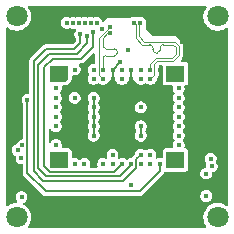
<source format=gbr>
%TF.GenerationSoftware,KiCad,Pcbnew,9.0.2*%
%TF.CreationDate,2025-10-20T10:27:04+08:00*%
%TF.ProjectId,IMX415,494d5834-3135-42e6-9b69-6361645f7063,rev?*%
%TF.SameCoordinates,Original*%
%TF.FileFunction,Copper,L1,Top*%
%TF.FilePolarity,Positive*%
%FSLAX46Y46*%
G04 Gerber Fmt 4.6, Leading zero omitted, Abs format (unit mm)*
G04 Created by KiCad (PCBNEW 9.0.2) date 2025-10-20 10:27:04*
%MOMM*%
%LPD*%
G01*
G04 APERTURE LIST*
G04 Aperture macros list*
%AMOutline5P*
0 Free polygon, 5 corners , with rotation*
0 The origin of the aperture is its center*
0 number of corners: always 5*
0 $1 to $10 corner X, Y*
0 $11 Rotation angle, in degrees counterclockwise*
0 create outline with 5 corners*
4,1,5,$1,$2,$3,$4,$5,$6,$7,$8,$9,$10,$1,$2,$11*%
%AMOutline6P*
0 Free polygon, 6 corners , with rotation*
0 The origin of the aperture is its center*
0 number of corners: always 6*
0 $1 to $12 corner X, Y*
0 $13 Rotation angle, in degrees counterclockwise*
0 create outline with 6 corners*
4,1,6,$1,$2,$3,$4,$5,$6,$7,$8,$9,$10,$11,$12,$1,$2,$13*%
%AMOutline7P*
0 Free polygon, 7 corners , with rotation*
0 The origin of the aperture is its center*
0 number of corners: always 7*
0 $1 to $14 corner X, Y*
0 $15 Rotation angle, in degrees counterclockwise*
0 create outline with 7 corners*
4,1,7,$1,$2,$3,$4,$5,$6,$7,$8,$9,$10,$11,$12,$13,$14,$1,$2,$15*%
%AMOutline8P*
0 Free polygon, 8 corners , with rotation*
0 The origin of the aperture is its center*
0 number of corners: always 8*
0 $1 to $16 corner X, Y*
0 $17 Rotation angle, in degrees counterclockwise*
0 create outline with 8 corners*
4,1,8,$1,$2,$3,$4,$5,$6,$7,$8,$9,$10,$11,$12,$13,$14,$15,$16,$1,$2,$17*%
G04 Aperture macros list end*
%TA.AperFunction,SMDPad,CuDef*%
%ADD10Outline5P,-0.775000X0.420000X-0.495000X0.700000X0.775000X0.700000X0.775000X-0.700000X-0.775000X-0.700000X180.000000*%
%TD*%
%TA.AperFunction,SMDPad,CuDef*%
%ADD11C,0.400000*%
%TD*%
%TA.AperFunction,SMDPad,CuDef*%
%ADD12R,1.550000X1.400000*%
%TD*%
%TA.AperFunction,ComponentPad*%
%ADD13C,1.800000*%
%TD*%
%TA.AperFunction,ViaPad*%
%ADD14C,0.400000*%
%TD*%
%TA.AperFunction,Conductor*%
%ADD15C,0.156500*%
%TD*%
%TA.AperFunction,Conductor*%
%ADD16C,0.200000*%
%TD*%
%TA.AperFunction,Conductor*%
%ADD17C,0.108000*%
%TD*%
G04 APERTURE END LIST*
D10*
%TO.P,U1,A1,NC*%
%TO.N,unconnected-(U1B-NC-PadA1)*%
X158328700Y-106800271D03*
D11*
%TO.P,U1,A2,NC*%
%TO.N,unconnected-(U1B-NC-PadA2)*%
X158053700Y-107250271D03*
%TO.P,U1,A3,VDDLSC*%
%TO.N,DVDD*%
X158053700Y-108050271D03*
%TO.P,U1,A4,VDDMIO*%
%TO.N,OVDD*%
X158053700Y-108850271D03*
%TO.P,U1,A5,VDDMIO*%
X158053700Y-109650271D03*
%TO.P,U1,A6,VDDLSC*%
%TO.N,DVDD*%
X158053700Y-110450271D03*
%TO.P,U1,A7,VDDLCN*%
X158053700Y-111250271D03*
%TO.P,U1,A8,NC(GND)*%
%TO.N,GND*%
X158053700Y-112050271D03*
%TO.P,U1,A9,VRHT*%
%TO.N,Net-(U1A-VRHT)*%
X158053700Y-112850271D03*
D12*
%TO.P,U1,A10,NC*%
%TO.N,unconnected-(U1B-NC-PadA10)*%
X158328700Y-114100271D03*
D11*
%TO.P,U1,A11,NC*%
%TO.N,unconnected-(U1B-NC-PadA11)*%
X158053700Y-114450271D03*
%TO.P,U1,B1,NC*%
%TO.N,unconnected-(U1B-NC-PadB1)*%
X158853700Y-106450271D03*
%TO.P,U1,B2,NC*%
%TO.N,unconnected-(U1B-NC-PadB2)*%
X158753700Y-107150271D03*
%TO.P,U1,B3,VSSLSC*%
%TO.N,GND*%
X158853700Y-108050271D03*
%TO.P,U1,B4,VSSLSC*%
X158853700Y-108850271D03*
%TO.P,U1,B5,VSSLSC*%
X158853700Y-109650271D03*
%TO.P,U1,B6,VSSLSC*%
X158853700Y-110450271D03*
%TO.P,U1,B7,VSSLSC*%
X158853700Y-111250271D03*
%TO.P,U1,B8,NC(GND)*%
X158853700Y-112050271D03*
%TO.P,U1,B9,VSSHPX*%
X158853700Y-112850271D03*
%TO.P,U1,B10,NC*%
%TO.N,unconnected-(U1B-NC-PadB10)*%
X158853700Y-113650271D03*
%TO.P,U1,B11,NC*%
%TO.N,unconnected-(U1B-NC-PadB11)*%
X158853700Y-114450271D03*
%TO.P,U1,C1,VDDLIF*%
%TO.N,DVDD*%
X159653700Y-106450270D03*
%TO.P,U1,C2,VSSLSC*%
%TO.N,GND*%
X159653700Y-107250271D03*
%TO.P,U1,C3,NC(GND)*%
X159653700Y-108050271D03*
%TO.P,U1,C4,TVMON*%
%TO.N,/TVMON*%
X159653700Y-108850271D03*
%TO.P,U1,C5,NC(GND)*%
%TO.N,GND*%
X159653700Y-109650271D03*
%TO.P,U1,C6,NC(GND)*%
X159653701Y-110450271D03*
%TO.P,U1,C7,NC(GND)*%
X159653700Y-111250271D03*
%TO.P,U1,C8,NC(GND)*%
X159653700Y-112050271D03*
%TO.P,U1,C9,NC(GND)*%
X159653700Y-112850271D03*
%TO.P,U1,C10,VSSHPX*%
X159653700Y-113650271D03*
%TO.P,U1,C11,VRLRS*%
%TO.N,Net-(U1A-VRLRS)*%
X159653700Y-114450272D03*
%TO.P,U1,D1,VSSLSC*%
%TO.N,GND*%
X160453700Y-106450271D03*
%TO.P,U1,D2,VSSLSC*%
X160453700Y-107250271D03*
%TO.P,U1,D3,NC(GND)*%
X160453700Y-108050271D03*
%TO.P,U1,D4,VSSHAN*%
X160453700Y-108850271D03*
%TO.P,U1,D5,VSSHPX*%
X160453700Y-109650272D03*
%TO.P,U1,D6,VSSHPX*%
X160453700Y-110450271D03*
%TO.P,U1,D7,VSSHPX*%
X160453700Y-111250270D03*
%TO.P,U1,D8,VSSHPX*%
X160453700Y-112050271D03*
%TO.P,U1,D9,NC(GND)*%
X160453700Y-112850271D03*
%TO.P,U1,D10,VSSHPX*%
X160453700Y-113650271D03*
%TO.P,U1,D11,VRLT*%
%TO.N,Net-(U1A-VRLT)*%
X160453700Y-114450271D03*
%TO.P,U1,E1,DMO3N*%
%TO.N,/DMO3N*%
X161253700Y-106450270D03*
%TO.P,U1,E2,DMO3P*%
%TO.N,/DMO3P*%
X161253700Y-107250271D03*
%TO.P,U1,E3,NC(GND)*%
%TO.N,GND*%
X161253700Y-108050271D03*
%TO.P,U1,E4,VDDHAN*%
%TO.N,AVDD*%
X161253700Y-108850271D03*
%TO.P,U1,E5,VDDHAN*%
X161253700Y-109650271D03*
%TO.P,U1,E6,VDDHPX*%
X161253699Y-110450271D03*
%TO.P,U1,E7,VDDHPX*%
X161253700Y-111250271D03*
%TO.P,U1,E8,VDDHPX*%
X161253700Y-112050271D03*
%TO.P,U1,E9,NC(GND)*%
%TO.N,GND*%
X161253700Y-112850271D03*
%TO.P,U1,E10,NC(GND)*%
X161253700Y-113650271D03*
%TO.P,U1,E11,NC(GND)*%
X161253700Y-114450272D03*
%TO.P,U1,F1,DMO1N*%
%TO.N,/DMO1N*%
X162053700Y-106450271D03*
%TO.P,U1,F2,DMO1P*%
%TO.N,/DMO1P*%
X162053700Y-107250271D03*
%TO.P,U1,F10,VSSLSC*%
%TO.N,GND*%
X162053700Y-113650271D03*
%TO.P,U1,F11,VDDLSC*%
%TO.N,DVDD*%
X162053700Y-114450271D03*
%TO.P,U1,G1,VSSLSC*%
%TO.N,GND*%
X162853700Y-106450271D03*
%TO.P,U1,G2,VSSLSC*%
X162853700Y-107250271D03*
%TO.P,U1,G10,TENABLE*%
%TO.N,/TENABLE*%
X162853700Y-113650271D03*
%TO.P,U1,G11,VDDMIO*%
%TO.N,OVDD*%
X162853700Y-114450271D03*
%TO.P,U1,H1,DCKN*%
%TO.N,/DCKN*%
X163653700Y-106450271D03*
%TO.P,U1,H2,DCKP*%
%TO.N,/DCKP*%
X163653700Y-107250271D03*
%TO.P,U1,H10,SLAMODE0*%
%TO.N,GND*%
X163653700Y-113650271D03*
%TO.P,U1,H11,XCLR*%
%TO.N,/XCLR*%
X163653700Y-114450271D03*
%TO.P,U1,J1,VSSLSC*%
%TO.N,GND*%
X164453700Y-106450271D03*
%TO.P,U1,J2,VSSLSC*%
X164453700Y-107250271D03*
%TO.P,U1,J10,SLAMODE1*%
X164453700Y-113650271D03*
%TO.P,U1,J11,SDA*%
%TO.N,/SDA*%
X164453700Y-114450271D03*
%TO.P,U1,K1,DM02N*%
%TO.N,/DMO2P*%
X165253700Y-106450270D03*
%TO.P,U1,K2,DM02P*%
%TO.N,/DMO2N*%
X165253700Y-107250271D03*
%TO.P,U1,K3,NC(GND)*%
%TO.N,GND*%
X165253700Y-108050271D03*
%TO.P,U1,K4,NC(GND)*%
X165253700Y-108850271D03*
%TO.P,U1,K5,VDDHAN*%
%TO.N,AVDD*%
X165253700Y-109650271D03*
%TO.P,U1,K6,NC(GND)*%
%TO.N,GND*%
X165253701Y-110450271D03*
%TO.P,U1,K7,VDDHPX*%
%TO.N,AVDD*%
X165253700Y-111250271D03*
%TO.P,U1,K8,VDDHPX*%
X165253700Y-112050271D03*
%TO.P,U1,K9,NC(GND)*%
%TO.N,GND*%
X165253700Y-112850271D03*
%TO.P,U1,K10,SCL*%
%TO.N,/SCL*%
X165253700Y-113650271D03*
%TO.P,U1,K11,VXS*%
%TO.N,/VXS*%
X165253700Y-114450272D03*
%TO.P,U1,L1,DMO4N*%
%TO.N,/DMO4N*%
X166053700Y-106450271D03*
%TO.P,U1,L2,DMO4P*%
%TO.N,/DMO4P*%
X166053700Y-107250271D03*
%TO.P,U1,L3,NC(GND)*%
%TO.N,GND*%
X166053700Y-108050271D03*
%TO.P,U1,L4,NC(GND)*%
X166053700Y-108850271D03*
%TO.P,U1,L5,VSSHPX*%
X166053700Y-109650272D03*
%TO.P,U1,L6,NC(GND)*%
X166053700Y-110450271D03*
%TO.P,U1,L7,VSSHPX*%
X166053700Y-111250270D03*
%TO.P,U1,L8,VSSHPX*%
X166053700Y-112050271D03*
%TO.P,U1,L9,NC(GND)*%
X166053700Y-112850271D03*
%TO.P,U1,L10,TOUT*%
%TO.N,/TOUT*%
X166053700Y-113650271D03*
%TO.P,U1,L11,XHS*%
%TO.N,/XHS*%
X166053700Y-114450271D03*
%TO.P,U1,M1,VSSLSC*%
%TO.N,GND*%
X166853700Y-106450270D03*
%TO.P,U1,M2,VSSLSC*%
X166853700Y-107250271D03*
%TO.P,U1,M3,NC(GND)*%
X166853700Y-108050271D03*
%TO.P,U1,M4,NC(GND)*%
X166853700Y-108850271D03*
%TO.P,U1,M5,NC(GND)*%
X166853700Y-109650271D03*
%TO.P,U1,M6,NC(GND)*%
X166853699Y-110450271D03*
%TO.P,U1,M7,NC(GND)*%
X166853700Y-111250271D03*
%TO.P,U1,M8,NC(GND)*%
X166853700Y-112050271D03*
%TO.P,U1,M9,NC(GND)*%
X166853700Y-112850271D03*
%TO.P,U1,M10,VSSLSC*%
X166853700Y-113650271D03*
%TO.P,U1,M11,INCK*%
%TO.N,/INCK*%
X166853700Y-114450272D03*
%TO.P,U1,N1,NC*%
%TO.N,unconnected-(U1B-NC-PadN1)*%
X167653700Y-106450271D03*
%TO.P,U1,N2,NC*%
%TO.N,unconnected-(U1B-NC-PadN2)*%
X167653700Y-107250271D03*
%TO.P,U1,N3,VSSLSC*%
%TO.N,GND*%
X167653700Y-108050271D03*
%TO.P,U1,N4,VSSLPL2*%
X167653700Y-108850271D03*
%TO.P,U1,N5,VSSLPL1*%
X167653700Y-109650271D03*
%TO.P,U1,N6,VSSLSC*%
X167653700Y-110450271D03*
%TO.P,U1,N7,VSSLSC*%
X167653700Y-111250271D03*
%TO.P,U1,N8,VSSLSC*%
X167653700Y-112050271D03*
%TO.P,U1,N9,VSSLCN*%
X167653700Y-112850271D03*
%TO.P,U1,N10,NC*%
%TO.N,unconnected-(U1B-NC-PadN10)*%
X167653700Y-113650271D03*
%TO.P,U1,N11,NC*%
%TO.N,unconnected-(U1B-NC-PadN11)*%
X167653700Y-114450271D03*
D12*
%TO.P,U1,P1,NC*%
%TO.N,unconnected-(U1B-NC-PadP1)*%
X168178700Y-106800271D03*
D11*
%TO.P,U1,P2,NC*%
%TO.N,unconnected-(U1B-NC-PadP2)*%
X168453700Y-107250271D03*
%TO.P,U1,P3,VDDLIF*%
%TO.N,DVDD*%
X168453700Y-108050271D03*
%TO.P,U1,P4,VDDLPL2*%
X168453700Y-108850271D03*
%TO.P,U1,P5,VDDLPL1*%
X168453700Y-109650271D03*
%TO.P,U1,P6,VDDLSC*%
X168453700Y-110450271D03*
%TO.P,U1,P7,VDDMIO*%
%TO.N,OVDD*%
X168453700Y-111250271D03*
%TO.P,U1,P8,VDDLSC*%
%TO.N,DVDD*%
X168453700Y-112050271D03*
%TO.P,U1,P9,VDDLCN*%
X168453700Y-112850271D03*
D12*
%TO.P,U1,P10,NC*%
%TO.N,unconnected-(U1B-NC-PadP10)*%
X168178700Y-114100271D03*
D11*
%TO.P,U1,P11,NC*%
%TO.N,unconnected-(U1B-NC-PadP11)*%
X168453700Y-114450271D03*
%TD*%
D13*
%TO.P,J1,*%
%TO.N,*%
X154753700Y-101950271D03*
X154753700Y-118950271D03*
X171753700Y-101950271D03*
X171753700Y-118950271D03*
%TD*%
D14*
%TO.N,GND*%
X158928700Y-104125000D03*
X165960000Y-102460000D03*
%TO.N,VCC*%
X155230000Y-112880000D03*
X154810000Y-113270000D03*
X171250000Y-114640000D03*
X171160000Y-113990000D03*
X170780000Y-117160000D03*
X170780000Y-115260000D03*
X155140001Y-113969999D03*
X161500000Y-102500000D03*
X161000000Y-102500000D03*
X160500000Y-102500000D03*
X160000000Y-102500000D03*
X159500000Y-102500000D03*
X159000000Y-102500000D03*
%TO.N,/SCL*%
X160130000Y-103475000D03*
%TO.N,/XCLR*%
X161191200Y-103278800D03*
%TO.N,GND*%
X159653701Y-110450271D03*
X166853700Y-112050271D03*
%TO.N,/INCK*%
X155655000Y-109025000D03*
%TO.N,/SDA*%
X160725000Y-103620000D03*
%TO.N,AVDD*%
X161253700Y-109650271D03*
X161253701Y-108850272D03*
X165253700Y-112050271D03*
X165253700Y-111250271D03*
X165253700Y-109650271D03*
X161253700Y-110450271D03*
%TO.N,GND*%
X166853700Y-111250271D03*
X164130000Y-104770000D03*
X168478700Y-101815000D03*
X160453701Y-109650272D03*
X163470000Y-105850000D03*
X160453700Y-111250270D03*
X159653700Y-108050271D03*
X161253700Y-113650271D03*
X163128700Y-101815000D03*
X166853700Y-108850271D03*
X166853700Y-113650271D03*
X157778700Y-101815000D03*
X160453700Y-107250271D03*
X161930000Y-103030000D03*
X158853700Y-108850271D03*
X165253701Y-110450271D03*
X166053700Y-108850271D03*
X158053700Y-112050271D03*
X160453700Y-113650271D03*
X159653700Y-111250271D03*
X162053700Y-113650271D03*
X168728700Y-104114999D03*
X166053700Y-108050271D03*
X157528700Y-104114999D03*
X158853700Y-108050271D03*
%TO.N,OVDD*%
X162853700Y-114450271D03*
X158053700Y-108850271D03*
X158053701Y-109650271D03*
X168453700Y-111250271D03*
X155150000Y-117250000D03*
X164430000Y-116209999D03*
%TO.N,DVDD*%
X168453700Y-109650271D03*
X158053700Y-111250271D03*
X158053700Y-108050271D03*
X168453700Y-108050271D03*
X168453700Y-112050271D03*
X168453700Y-108850271D03*
X158053700Y-110450271D03*
X168453700Y-112850271D03*
X168453700Y-110450271D03*
X159653700Y-106450272D03*
X162053700Y-114450271D03*
%TO.N,Net-(U1A-VRLRS)*%
X159653700Y-114450272D03*
%TO.N,Net-(U1A-VRHT)*%
X158053700Y-112850271D03*
%TO.N,Net-(U1A-VRLT)*%
X160453700Y-114450271D03*
%TO.N,/SDA*%
X164453700Y-114450271D03*
%TO.N,/SCL*%
X165253700Y-113650271D03*
%TO.N,/DMO2N*%
X165253700Y-107250271D03*
%TO.N,/DMO3P*%
X161253700Y-107250271D03*
%TO.N,/DCKP*%
X163653700Y-107250272D03*
%TO.N,/DCKN*%
X163653701Y-106450272D03*
%TO.N,/DMO3N*%
X161253700Y-106450270D03*
%TO.N,GND*%
X163653700Y-113650271D03*
%TO.N,/DMO1N*%
X162610000Y-103395000D03*
%TO.N,/DMO4N*%
X164653700Y-102477645D03*
%TO.N,/DMO4P*%
X165203700Y-102477645D03*
%TO.N,/DMO1P*%
X162610000Y-102845000D03*
%TO.N,/XCLR*%
X163653700Y-114450271D03*
%TO.N,/DMO2P*%
X165253700Y-106450270D03*
%TO.N,GND*%
X164453700Y-113650271D03*
%TD*%
D15*
%TO.N,GND*%
X162869729Y-106450271D02*
X163470000Y-105850000D01*
X162853700Y-106450271D02*
X162869729Y-106450271D01*
%TO.N,/XCLR*%
X162968971Y-115135000D02*
X163653700Y-114450271D01*
X157552129Y-115135000D02*
X162968971Y-115135000D01*
X157055000Y-114637871D02*
X157552129Y-115135000D01*
X157055000Y-106280000D02*
X157055000Y-114637871D01*
X160185000Y-105555000D02*
X157780000Y-105555000D01*
X161225000Y-104515000D02*
X160185000Y-105555000D01*
X157780000Y-105555000D02*
X157055000Y-106280000D01*
X161225000Y-103330000D02*
X161225000Y-104515000D01*
X161191200Y-103278800D02*
X161191200Y-103296200D01*
X161191200Y-103296200D02*
X161225000Y-103330000D01*
%TO.N,/SDA*%
X164453700Y-114506300D02*
X164453700Y-114450271D01*
X157240000Y-115490000D02*
X163470000Y-115490000D01*
X157510000Y-105120000D02*
X156580000Y-106050000D01*
X156580000Y-114830000D02*
X157240000Y-115490000D01*
X159810000Y-105120000D02*
X157510000Y-105120000D01*
X160725000Y-104205000D02*
X159810000Y-105120000D01*
X160725000Y-103620000D02*
X160725000Y-104205000D01*
X156580000Y-106050000D02*
X156580000Y-114830000D01*
X163470000Y-115490000D02*
X164453700Y-114506300D01*
%TO.N,/SCL*%
X160130000Y-104165000D02*
X160130000Y-103475000D01*
X159600000Y-104695000D02*
X160130000Y-104165000D01*
X157240000Y-104695000D02*
X159600000Y-104695000D01*
X156200000Y-105735000D02*
X157240000Y-104695000D01*
X157005000Y-115865000D02*
X156200000Y-115060000D01*
X163775000Y-115865000D02*
X157005000Y-115865000D01*
X164865000Y-114038971D02*
X164865000Y-114775000D01*
X164865000Y-114775000D02*
X163775000Y-115865000D01*
X165253700Y-113650271D02*
X164865000Y-114038971D01*
X156200000Y-115060000D02*
X156200000Y-105735000D01*
%TO.N,GND*%
X158853700Y-111250271D02*
X158853700Y-112850271D01*
X158853700Y-112850271D02*
X159653700Y-112850271D01*
X159653700Y-112850271D02*
X160453700Y-112850271D01*
X159653700Y-109650271D02*
X159653700Y-110450270D01*
X159653700Y-110450272D02*
X159653700Y-112850271D01*
X159653701Y-110450271D02*
X159653700Y-110450272D01*
X159653700Y-110450270D02*
X159653701Y-110450271D01*
X166853700Y-113650271D02*
X166853700Y-112050271D01*
X166853700Y-112050271D02*
X166853700Y-108050271D01*
X166053700Y-112050271D02*
X166053700Y-112850271D01*
X166053700Y-112050271D02*
X166053700Y-109650272D01*
%TO.N,/INCK*%
X166853700Y-115076300D02*
X166853700Y-114450272D01*
X165160000Y-116770000D02*
X166853700Y-115076300D01*
X157195000Y-116770000D02*
X165160000Y-116770000D01*
X155655000Y-115230000D02*
X157195000Y-116770000D01*
X155655000Y-109025000D02*
X155655000Y-115230000D01*
D16*
%TO.N,AVDD*%
X161253700Y-112050271D02*
X161253701Y-108850272D01*
D15*
X165253700Y-111250271D02*
X165253700Y-112050271D01*
%TO.N,GND*%
X160453701Y-109650272D02*
X160453701Y-111250269D01*
X167653700Y-108850271D02*
X165253700Y-108850271D01*
X160453700Y-108850271D02*
X160453700Y-108050271D01*
X159653700Y-108050271D02*
X158853700Y-108050271D01*
X160453700Y-108850271D02*
X160453700Y-109650272D01*
X158853700Y-108850271D02*
X158853700Y-109650271D01*
X158853700Y-109650271D02*
X158853700Y-111250271D01*
X167653700Y-112850271D02*
X165253700Y-112850271D01*
X158853700Y-109650271D02*
X160453701Y-109650272D01*
X166853700Y-106450270D02*
X166853700Y-108050271D01*
X158853700Y-111250271D02*
X159653700Y-111250271D01*
X159653700Y-111250271D02*
X159653701Y-111250270D01*
X160453700Y-113650271D02*
X159653700Y-113650271D01*
X160453701Y-112850270D02*
X160453700Y-112850271D01*
X158853700Y-108050271D02*
X158853700Y-108850271D01*
X160453700Y-108050271D02*
X159653700Y-108050271D01*
X165253701Y-110450271D02*
X166853699Y-110450271D01*
X161253700Y-114450272D02*
X161253700Y-113650271D01*
X159653700Y-112050271D02*
X160453700Y-112050271D01*
X164453700Y-106450271D02*
X164453700Y-107250271D01*
X159653701Y-111250270D02*
X160453700Y-111250270D01*
X162053700Y-113650271D02*
X160453700Y-113650271D01*
X166053700Y-108050271D02*
X165253700Y-108050271D01*
X160453701Y-111250271D02*
X160453701Y-112850270D01*
X162853700Y-106450271D02*
X162853700Y-107250271D01*
X167653700Y-108050271D02*
X167653700Y-112850271D01*
X160453700Y-111250270D02*
X160453701Y-111250271D01*
X161253700Y-113650271D02*
X161253700Y-112850271D01*
X162053700Y-108050271D02*
X161253700Y-108050271D01*
X164453700Y-107250271D02*
X165253700Y-108050271D01*
X167653700Y-108050271D02*
X166053700Y-108050271D01*
X159653700Y-107250271D02*
X160453700Y-107250271D01*
X161253700Y-108050271D02*
X160453700Y-108050271D01*
X162853700Y-107250271D02*
X162053700Y-108050271D01*
X160453700Y-106450271D02*
X160453700Y-107250271D01*
X160453701Y-111250269D02*
X160453700Y-111250270D01*
X159653700Y-107250271D02*
X159653700Y-108050271D01*
X158053700Y-112050271D02*
X159653700Y-112050271D01*
D17*
%TO.N,/DMO1N*%
X163236643Y-104914068D02*
X163236643Y-105034068D01*
X162424868Y-103395000D02*
X162053700Y-103766168D01*
X162053700Y-105514068D02*
X162053700Y-106450271D01*
X162996643Y-105274068D02*
X162293700Y-105274068D01*
X162293700Y-104674068D02*
X162996643Y-104674068D01*
X162610000Y-103395000D02*
X162424868Y-103395000D01*
X162053700Y-103766168D02*
X162053700Y-104434068D01*
X162996643Y-104674068D02*
G75*
G02*
X163236632Y-104914068I-43J-240032D01*
G01*
X163236643Y-105034068D02*
G75*
G02*
X162996643Y-105274143I-240043J-32D01*
G01*
X162053700Y-104434068D02*
G75*
G03*
X162293700Y-104674100I240000J-32D01*
G01*
X162293700Y-105274068D02*
G75*
G03*
X162053668Y-105514068I0J-240032D01*
G01*
%TO.N,/DMO4N*%
X166504812Y-105012216D02*
X166632812Y-105012216D01*
X168220259Y-105117307D02*
X167858889Y-105478677D01*
X167144812Y-104339000D02*
X168006566Y-104339000D01*
X164799700Y-103762134D02*
X165376566Y-104339000D01*
X166538889Y-105478677D02*
X166053700Y-105963866D01*
X164799700Y-102623645D02*
X164799700Y-103762134D01*
X166888812Y-104756216D02*
X166888812Y-104595000D01*
X168220259Y-104552693D02*
X168220259Y-105117307D01*
X164653700Y-102477645D02*
X164799700Y-102623645D01*
X167858889Y-105478677D02*
X166538889Y-105478677D01*
X166053700Y-105963866D02*
X166053700Y-106450271D01*
X168006566Y-104339000D02*
X168220259Y-104552693D01*
X166248812Y-104595000D02*
X166248812Y-104756216D01*
X165376566Y-104339000D02*
X165992812Y-104339000D01*
X166248812Y-104756216D02*
G75*
G03*
X166504812Y-105012188I255988J16D01*
G01*
X166632812Y-105012216D02*
G75*
G03*
X166888816Y-104756216I-12J256016D01*
G01*
X165992812Y-104339000D02*
G75*
G02*
X166248800Y-104595000I-12J-256000D01*
G01*
X166888812Y-104595000D02*
G75*
G02*
X167144812Y-104339012I255988J0D01*
G01*
%TO.N,/DMO4P*%
X168113434Y-104081000D02*
X168478259Y-104445825D01*
X165057700Y-102623645D02*
X165057700Y-103655266D01*
X167965757Y-105736677D02*
X166645757Y-105736677D01*
X165057700Y-103655266D02*
X165483434Y-104081000D01*
X166397600Y-105984834D02*
X166397600Y-106906371D01*
X166397600Y-106906371D02*
X166053700Y-107250271D01*
X166645757Y-105736677D02*
X166397600Y-105984834D01*
X165203700Y-102477645D02*
X165057700Y-102623645D01*
X168478259Y-104445825D02*
X168478259Y-105224175D01*
X165483434Y-104081000D02*
X168113434Y-104081000D01*
X168478259Y-105224175D02*
X167965757Y-105736677D01*
%TO.N,/DMO1P*%
X161709800Y-106906371D02*
X162053700Y-107250271D01*
X161709800Y-103745200D02*
X161709800Y-106906371D01*
X162610000Y-102845000D02*
X161709800Y-103745200D01*
%TD*%
%TA.AperFunction,Conductor*%
%TO.N,GND*%
G36*
X161301245Y-105071130D02*
G01*
X161344510Y-105114395D01*
X161355300Y-105159340D01*
X161355300Y-105850770D01*
X161336393Y-105908961D01*
X161286893Y-105944925D01*
X161256300Y-105949770D01*
X161187808Y-105949770D01*
X161109900Y-105970645D01*
X161060509Y-105983879D01*
X160946390Y-106049766D01*
X160853196Y-106142960D01*
X160787309Y-106257079D01*
X160787308Y-106257084D01*
X160753200Y-106384378D01*
X160753200Y-106516162D01*
X160753201Y-106516164D01*
X160787309Y-106643460D01*
X160853196Y-106757579D01*
X160853198Y-106757581D01*
X160853200Y-106757584D01*
X160875884Y-106780268D01*
X160903660Y-106834783D01*
X160894089Y-106895215D01*
X160875884Y-106920272D01*
X160853199Y-106942957D01*
X160787309Y-107057080D01*
X160787308Y-107057085D01*
X160753200Y-107184379D01*
X160753200Y-107316163D01*
X160759587Y-107339999D01*
X160787309Y-107443461D01*
X160853196Y-107557580D01*
X160853198Y-107557582D01*
X160853200Y-107557585D01*
X160946386Y-107650771D01*
X160946388Y-107650772D01*
X160946390Y-107650774D01*
X161060510Y-107716661D01*
X161060508Y-107716661D01*
X161060512Y-107716662D01*
X161060514Y-107716663D01*
X161187808Y-107750771D01*
X161187810Y-107750771D01*
X161319590Y-107750771D01*
X161319592Y-107750771D01*
X161446886Y-107716663D01*
X161446888Y-107716661D01*
X161446890Y-107716661D01*
X161561009Y-107650774D01*
X161561009Y-107650773D01*
X161561014Y-107650771D01*
X161583698Y-107628086D01*
X161638213Y-107600311D01*
X161698645Y-107609882D01*
X161723700Y-107628085D01*
X161746386Y-107650771D01*
X161746388Y-107650772D01*
X161746390Y-107650774D01*
X161860510Y-107716661D01*
X161860508Y-107716661D01*
X161860512Y-107716662D01*
X161860514Y-107716663D01*
X161987808Y-107750771D01*
X161987810Y-107750771D01*
X162119590Y-107750771D01*
X162119592Y-107750771D01*
X162246886Y-107716663D01*
X162246888Y-107716661D01*
X162246890Y-107716661D01*
X162361009Y-107650774D01*
X162361009Y-107650773D01*
X162361014Y-107650771D01*
X162454200Y-107557585D01*
X162461385Y-107545140D01*
X162493510Y-107489500D01*
X162538979Y-107448559D01*
X162579246Y-107440000D01*
X163128154Y-107440000D01*
X163186345Y-107458907D01*
X163213889Y-107489498D01*
X163253200Y-107557586D01*
X163346386Y-107650772D01*
X163346388Y-107650773D01*
X163346390Y-107650775D01*
X163460510Y-107716662D01*
X163460508Y-107716662D01*
X163460512Y-107716663D01*
X163460514Y-107716664D01*
X163587808Y-107750772D01*
X163587810Y-107750772D01*
X163719590Y-107750772D01*
X163719592Y-107750772D01*
X163846886Y-107716664D01*
X163846888Y-107716662D01*
X163846890Y-107716662D01*
X163961009Y-107650775D01*
X163961009Y-107650774D01*
X163961014Y-107650772D01*
X164054200Y-107557586D01*
X164093510Y-107489498D01*
X164138979Y-107448559D01*
X164179246Y-107440000D01*
X164728154Y-107440000D01*
X164786345Y-107458907D01*
X164813890Y-107489500D01*
X164853196Y-107557580D01*
X164853198Y-107557582D01*
X164853200Y-107557585D01*
X164946386Y-107650771D01*
X164946388Y-107650772D01*
X164946390Y-107650774D01*
X165060510Y-107716661D01*
X165060508Y-107716661D01*
X165060512Y-107716662D01*
X165060514Y-107716663D01*
X165187808Y-107750771D01*
X165187810Y-107750771D01*
X165319590Y-107750771D01*
X165319592Y-107750771D01*
X165446886Y-107716663D01*
X165446888Y-107716661D01*
X165446890Y-107716661D01*
X165561009Y-107650774D01*
X165561009Y-107650773D01*
X165561014Y-107650771D01*
X165583698Y-107628086D01*
X165638213Y-107600311D01*
X165698645Y-107609882D01*
X165723700Y-107628085D01*
X165746386Y-107650771D01*
X165746388Y-107650772D01*
X165746390Y-107650774D01*
X165860510Y-107716661D01*
X165860508Y-107716661D01*
X165860512Y-107716662D01*
X165860514Y-107716663D01*
X165987808Y-107750771D01*
X165987810Y-107750771D01*
X166119590Y-107750771D01*
X166119592Y-107750771D01*
X166246886Y-107716663D01*
X166246888Y-107716661D01*
X166246890Y-107716661D01*
X166361009Y-107650774D01*
X166361009Y-107650773D01*
X166361014Y-107650771D01*
X166454200Y-107557585D01*
X166520092Y-107443457D01*
X166520093Y-107443451D01*
X166522135Y-107438523D01*
X166543595Y-107406403D01*
X166610000Y-107340000D01*
X166610000Y-107236317D01*
X166628907Y-107178126D01*
X166638990Y-107166319D01*
X166681271Y-107124039D01*
X166727941Y-107043203D01*
X166752100Y-106953042D01*
X166752100Y-106859700D01*
X166752100Y-106190177D01*
X166756945Y-106175265D01*
X166756945Y-106159584D01*
X166766161Y-106146898D01*
X166771007Y-106131986D01*
X166783692Y-106122769D01*
X166792909Y-106110084D01*
X166807821Y-106105238D01*
X166820507Y-106096022D01*
X166851100Y-106091177D01*
X167004200Y-106091177D01*
X167062391Y-106110084D01*
X167098355Y-106159584D01*
X167103200Y-106190177D01*
X167103200Y-107545131D01*
X167103201Y-107545134D01*
X167106114Y-107570261D01*
X167119383Y-107600311D01*
X167151494Y-107673036D01*
X167230935Y-107752477D01*
X167333709Y-107797856D01*
X167358835Y-107800771D01*
X167873378Y-107800770D01*
X167931569Y-107819677D01*
X167967533Y-107869177D01*
X167969005Y-107925392D01*
X167953201Y-107984376D01*
X167953200Y-107984379D01*
X167953200Y-108116163D01*
X167983279Y-108228422D01*
X167987309Y-108243461D01*
X168053196Y-108357580D01*
X168053201Y-108357586D01*
X168075883Y-108380269D01*
X168103659Y-108434786D01*
X168094087Y-108495218D01*
X168075883Y-108520273D01*
X168053201Y-108542955D01*
X168053196Y-108542961D01*
X167987309Y-108657080D01*
X167971070Y-108717686D01*
X167953200Y-108784379D01*
X167953200Y-108916163D01*
X167983279Y-109028422D01*
X167987309Y-109043461D01*
X168053196Y-109157580D01*
X168053201Y-109157586D01*
X168075883Y-109180269D01*
X168103659Y-109234786D01*
X168094087Y-109295218D01*
X168075883Y-109320273D01*
X168053201Y-109342955D01*
X168053196Y-109342961D01*
X167987309Y-109457080D01*
X167987308Y-109457085D01*
X167953200Y-109584379D01*
X167953200Y-109716163D01*
X167983279Y-109828422D01*
X167987309Y-109843461D01*
X168053196Y-109957580D01*
X168053201Y-109957586D01*
X168075883Y-109980269D01*
X168103659Y-110034786D01*
X168094087Y-110095218D01*
X168075883Y-110120273D01*
X168053201Y-110142955D01*
X168053196Y-110142961D01*
X167987309Y-110257080D01*
X167987308Y-110257085D01*
X167953200Y-110384379D01*
X167953200Y-110516163D01*
X167983279Y-110628422D01*
X167987309Y-110643461D01*
X168053196Y-110757580D01*
X168053201Y-110757586D01*
X168075883Y-110780269D01*
X168103659Y-110834786D01*
X168094087Y-110895218D01*
X168075883Y-110920273D01*
X168053201Y-110942955D01*
X168053196Y-110942961D01*
X167987309Y-111057080D01*
X167987308Y-111057085D01*
X167953200Y-111184379D01*
X167953200Y-111316163D01*
X167983279Y-111428422D01*
X167987309Y-111443461D01*
X168053196Y-111557580D01*
X168053201Y-111557586D01*
X168075883Y-111580269D01*
X168103659Y-111634786D01*
X168094087Y-111695218D01*
X168075883Y-111720273D01*
X168053201Y-111742955D01*
X168053196Y-111742961D01*
X167987309Y-111857080D01*
X167987308Y-111857085D01*
X167953200Y-111984379D01*
X167953200Y-112116163D01*
X167983279Y-112228422D01*
X167987309Y-112243461D01*
X168053196Y-112357580D01*
X168053201Y-112357586D01*
X168075883Y-112380269D01*
X168103659Y-112434786D01*
X168094087Y-112495218D01*
X168075883Y-112520273D01*
X168053201Y-112542955D01*
X168053196Y-112542961D01*
X167987309Y-112657080D01*
X167953200Y-112784380D01*
X167953200Y-112916162D01*
X167969005Y-112975149D01*
X167965802Y-113036250D01*
X167927297Y-113083800D01*
X167873378Y-113099771D01*
X167358839Y-113099771D01*
X167358836Y-113099772D01*
X167333709Y-113102685D01*
X167230935Y-113148065D01*
X167151494Y-113227506D01*
X167106114Y-113330282D01*
X167103200Y-113355401D01*
X167103200Y-113869950D01*
X167084293Y-113928141D01*
X167034793Y-113964105D01*
X166978578Y-113965577D01*
X166919592Y-113949772D01*
X166787808Y-113949772D01*
X166706833Y-113971469D01*
X166660510Y-113983881D01*
X166648240Y-113990965D01*
X166588391Y-114003683D01*
X166532496Y-113978794D01*
X166501906Y-113925804D01*
X166508305Y-113864954D01*
X166512999Y-113855741D01*
X166520092Y-113843457D01*
X166554200Y-113716163D01*
X166554200Y-113584379D01*
X166520092Y-113457085D01*
X166520090Y-113457082D01*
X166520090Y-113457080D01*
X166454203Y-113342961D01*
X166454201Y-113342959D01*
X166454200Y-113342957D01*
X166361014Y-113249771D01*
X166361011Y-113249769D01*
X166361009Y-113249767D01*
X166246889Y-113183880D01*
X166246891Y-113183880D01*
X166197499Y-113170646D01*
X166119592Y-113149771D01*
X165987808Y-113149771D01*
X165909900Y-113170646D01*
X165860509Y-113183880D01*
X165746390Y-113249767D01*
X165746384Y-113249772D01*
X165723702Y-113272454D01*
X165669185Y-113300230D01*
X165608753Y-113290658D01*
X165583698Y-113272454D01*
X165561015Y-113249772D01*
X165561009Y-113249767D01*
X165446889Y-113183880D01*
X165446891Y-113183880D01*
X165397499Y-113170646D01*
X165319592Y-113149771D01*
X165187808Y-113149771D01*
X165109900Y-113170646D01*
X165060509Y-113183880D01*
X164946390Y-113249767D01*
X164853196Y-113342961D01*
X164787309Y-113457080D01*
X164769483Y-113523608D01*
X164755095Y-113577309D01*
X164753200Y-113584380D01*
X164752923Y-113586485D01*
X164752268Y-113587856D01*
X164751521Y-113590647D01*
X164751003Y-113590508D01*
X164726579Y-113641709D01*
X164724774Y-113643562D01*
X164632442Y-113735895D01*
X164561925Y-113806412D01*
X164561921Y-113806417D01*
X164508816Y-113898398D01*
X164506561Y-113897096D01*
X164474025Y-113935187D01*
X164422304Y-113949771D01*
X164387808Y-113949771D01*
X164328819Y-113965577D01*
X164260509Y-113983880D01*
X164146390Y-114049767D01*
X164146384Y-114049772D01*
X164123702Y-114072454D01*
X164069185Y-114100230D01*
X164008753Y-114090658D01*
X163983698Y-114072454D01*
X163961015Y-114049772D01*
X163961009Y-114049767D01*
X163846889Y-113983880D01*
X163846891Y-113983880D01*
X163778581Y-113965577D01*
X163719592Y-113949771D01*
X163587808Y-113949771D01*
X163460514Y-113983879D01*
X163460513Y-113983879D01*
X163460511Y-113983880D01*
X163448243Y-113990963D01*
X163388394Y-114003682D01*
X163332499Y-113978795D01*
X163301908Y-113925806D01*
X163308305Y-113864956D01*
X163313004Y-113855733D01*
X163320092Y-113843457D01*
X163354200Y-113716163D01*
X163354200Y-113584379D01*
X163320092Y-113457085D01*
X163320090Y-113457082D01*
X163320090Y-113457080D01*
X163254203Y-113342961D01*
X163254201Y-113342959D01*
X163254200Y-113342957D01*
X163161014Y-113249771D01*
X163161011Y-113249769D01*
X163161009Y-113249767D01*
X163046889Y-113183880D01*
X163046891Y-113183880D01*
X162997499Y-113170646D01*
X162919592Y-113149771D01*
X162787808Y-113149771D01*
X162709900Y-113170646D01*
X162660509Y-113183880D01*
X162546390Y-113249767D01*
X162453196Y-113342961D01*
X162387309Y-113457080D01*
X162369483Y-113523608D01*
X162353200Y-113584379D01*
X162353200Y-113716163D01*
X162369451Y-113776813D01*
X162387308Y-113843458D01*
X162394391Y-113855725D01*
X162407112Y-113915574D01*
X162382225Y-113971469D01*
X162329237Y-114002062D01*
X162268387Y-113995666D01*
X162259154Y-113990962D01*
X162246887Y-113983879D01*
X162178581Y-113965577D01*
X162119592Y-113949771D01*
X161987808Y-113949771D01*
X161928819Y-113965577D01*
X161860509Y-113983880D01*
X161746390Y-114049767D01*
X161653196Y-114142961D01*
X161587309Y-114257080D01*
X161568239Y-114328249D01*
X161553200Y-114384379D01*
X161553200Y-114516163D01*
X161584138Y-114631629D01*
X161580936Y-114692728D01*
X161542431Y-114740278D01*
X161488512Y-114756250D01*
X161018888Y-114756250D01*
X160960697Y-114737343D01*
X160924733Y-114687843D01*
X160923261Y-114631629D01*
X160954200Y-114516163D01*
X160954200Y-114384379D01*
X160920092Y-114257085D01*
X160920090Y-114257082D01*
X160920090Y-114257080D01*
X160854203Y-114142961D01*
X160854201Y-114142959D01*
X160854200Y-114142957D01*
X160761014Y-114049771D01*
X160761011Y-114049769D01*
X160761009Y-114049767D01*
X160646889Y-113983880D01*
X160646891Y-113983880D01*
X160578581Y-113965577D01*
X160519592Y-113949771D01*
X160387808Y-113949771D01*
X160328819Y-113965577D01*
X160260509Y-113983880D01*
X160146386Y-114049770D01*
X160123701Y-114072455D01*
X160069184Y-114100231D01*
X160008752Y-114090659D01*
X159983698Y-114072456D01*
X159961014Y-114049772D01*
X159961011Y-114049770D01*
X159961009Y-114049768D01*
X159846889Y-113983881D01*
X159846891Y-113983881D01*
X159797499Y-113970647D01*
X159719592Y-113949772D01*
X159587808Y-113949772D01*
X159562980Y-113956424D01*
X159528821Y-113965577D01*
X159467720Y-113962374D01*
X159420170Y-113923868D01*
X159404199Y-113869950D01*
X159404199Y-113355410D01*
X159404199Y-113355407D01*
X159401285Y-113330280D01*
X159355906Y-113227506D01*
X159276465Y-113148065D01*
X159173691Y-113102686D01*
X159173690Y-113102685D01*
X159173688Y-113102685D01*
X159148569Y-113099771D01*
X159148565Y-113099771D01*
X158634022Y-113099771D01*
X158575831Y-113080864D01*
X158539867Y-113031364D01*
X158538395Y-112975149D01*
X158541734Y-112962686D01*
X158554200Y-112916163D01*
X158554200Y-112784379D01*
X158520092Y-112657085D01*
X158520090Y-112657082D01*
X158520090Y-112657080D01*
X158454203Y-112542961D01*
X158454201Y-112542959D01*
X158454200Y-112542957D01*
X158361014Y-112449771D01*
X158361011Y-112449769D01*
X158361009Y-112449767D01*
X158246889Y-112383880D01*
X158246891Y-112383880D01*
X158197499Y-112370646D01*
X158119592Y-112349771D01*
X157987808Y-112349771D01*
X157909900Y-112370646D01*
X157860509Y-112383880D01*
X157746390Y-112449767D01*
X157653198Y-112542959D01*
X157618486Y-112603082D01*
X157573016Y-112644022D01*
X157512166Y-112650417D01*
X157459178Y-112619824D01*
X157434292Y-112563929D01*
X157433750Y-112553581D01*
X157433750Y-111546960D01*
X157452657Y-111488769D01*
X157502157Y-111452805D01*
X157563343Y-111452805D01*
X157612843Y-111488769D01*
X157618486Y-111497460D01*
X157653196Y-111557580D01*
X157653198Y-111557582D01*
X157653200Y-111557585D01*
X157746386Y-111650771D01*
X157746388Y-111650772D01*
X157746390Y-111650774D01*
X157860510Y-111716661D01*
X157860508Y-111716661D01*
X157860512Y-111716662D01*
X157860514Y-111716663D01*
X157987808Y-111750771D01*
X157987810Y-111750771D01*
X158119590Y-111750771D01*
X158119592Y-111750771D01*
X158246886Y-111716663D01*
X158246888Y-111716661D01*
X158246890Y-111716661D01*
X158361009Y-111650774D01*
X158361009Y-111650773D01*
X158361014Y-111650771D01*
X158454200Y-111557585D01*
X158520092Y-111443457D01*
X158554200Y-111316163D01*
X158554200Y-111184379D01*
X158520092Y-111057085D01*
X158520090Y-111057082D01*
X158520090Y-111057080D01*
X158454203Y-110942961D01*
X158454201Y-110942959D01*
X158454200Y-110942957D01*
X158431515Y-110920272D01*
X158403740Y-110865758D01*
X158413311Y-110805326D01*
X158431516Y-110780269D01*
X158454200Y-110757585D01*
X158454203Y-110757580D01*
X158520090Y-110643461D01*
X158520090Y-110643459D01*
X158520092Y-110643457D01*
X158554200Y-110516163D01*
X158554200Y-110384379D01*
X160753199Y-110384379D01*
X160753199Y-110516163D01*
X160783278Y-110628422D01*
X160787308Y-110643461D01*
X160839936Y-110734614D01*
X160853199Y-110784110D01*
X160853200Y-110784114D01*
X160853200Y-110916430D01*
X160839936Y-110965930D01*
X160787309Y-111057080D01*
X160787308Y-111057085D01*
X160753200Y-111184379D01*
X160753200Y-111316163D01*
X160787308Y-111443457D01*
X160839936Y-111534612D01*
X160853200Y-111584110D01*
X160853200Y-111716430D01*
X160839936Y-111765930D01*
X160787309Y-111857080D01*
X160787308Y-111857085D01*
X160753200Y-111984379D01*
X160753200Y-112116163D01*
X160783279Y-112228422D01*
X160787309Y-112243461D01*
X160853196Y-112357580D01*
X160853198Y-112357582D01*
X160853200Y-112357585D01*
X160946386Y-112450771D01*
X160946388Y-112450772D01*
X160946390Y-112450774D01*
X161060510Y-112516661D01*
X161060508Y-112516661D01*
X161060512Y-112516662D01*
X161060514Y-112516663D01*
X161187808Y-112550771D01*
X161187810Y-112550771D01*
X161319590Y-112550771D01*
X161319592Y-112550771D01*
X161446886Y-112516663D01*
X161446888Y-112516661D01*
X161446890Y-112516661D01*
X161561009Y-112450774D01*
X161561009Y-112450773D01*
X161561014Y-112450771D01*
X161654200Y-112357585D01*
X161654203Y-112357580D01*
X161720090Y-112243461D01*
X161720090Y-112243459D01*
X161720092Y-112243457D01*
X161754200Y-112116163D01*
X161754200Y-111984379D01*
X161720092Y-111857085D01*
X161720090Y-111857082D01*
X161720090Y-111857080D01*
X161667464Y-111765930D01*
X161654200Y-111716430D01*
X161654200Y-111584110D01*
X161667464Y-111534610D01*
X161720092Y-111443457D01*
X161754200Y-111316163D01*
X161754200Y-111184379D01*
X164753200Y-111184379D01*
X164753200Y-111316163D01*
X164783279Y-111428422D01*
X164787309Y-111443461D01*
X164853196Y-111557581D01*
X164854490Y-111559266D01*
X164854943Y-111560546D01*
X164856043Y-111561345D01*
X164865116Y-111589272D01*
X164874916Y-111616941D01*
X164874950Y-111619536D01*
X164874950Y-111681005D01*
X164856043Y-111739196D01*
X164854494Y-111741270D01*
X164853198Y-111742958D01*
X164787309Y-111857080D01*
X164787308Y-111857085D01*
X164753200Y-111984379D01*
X164753200Y-112116163D01*
X164783279Y-112228422D01*
X164787309Y-112243461D01*
X164853196Y-112357580D01*
X164853198Y-112357582D01*
X164853200Y-112357585D01*
X164946386Y-112450771D01*
X164946388Y-112450772D01*
X164946390Y-112450774D01*
X165060510Y-112516661D01*
X165060508Y-112516661D01*
X165060512Y-112516662D01*
X165060514Y-112516663D01*
X165187808Y-112550771D01*
X165187810Y-112550771D01*
X165319590Y-112550771D01*
X165319592Y-112550771D01*
X165446886Y-112516663D01*
X165446888Y-112516661D01*
X165446890Y-112516661D01*
X165561009Y-112450774D01*
X165561009Y-112450773D01*
X165561014Y-112450771D01*
X165654200Y-112357585D01*
X165654203Y-112357580D01*
X165720090Y-112243461D01*
X165720090Y-112243459D01*
X165720092Y-112243457D01*
X165754200Y-112116163D01*
X165754200Y-111984379D01*
X165720092Y-111857085D01*
X165720090Y-111857082D01*
X165720090Y-111857080D01*
X165654201Y-111742958D01*
X165652906Y-111741270D01*
X165652453Y-111739992D01*
X165651357Y-111739196D01*
X165642280Y-111711261D01*
X165632484Y-111683593D01*
X165632450Y-111681005D01*
X165632450Y-111619536D01*
X165651357Y-111561345D01*
X165652910Y-111559266D01*
X165654203Y-111557581D01*
X165720090Y-111443461D01*
X165720090Y-111443459D01*
X165720092Y-111443457D01*
X165754200Y-111316163D01*
X165754200Y-111184379D01*
X165720092Y-111057085D01*
X165720090Y-111057082D01*
X165720090Y-111057080D01*
X165654203Y-110942961D01*
X165654201Y-110942959D01*
X165654200Y-110942957D01*
X165561014Y-110849771D01*
X165561011Y-110849769D01*
X165561009Y-110849767D01*
X165446889Y-110783880D01*
X165446891Y-110783880D01*
X165397499Y-110770646D01*
X165319592Y-110749771D01*
X165187808Y-110749771D01*
X165109900Y-110770646D01*
X165060509Y-110783880D01*
X164946390Y-110849767D01*
X164853196Y-110942961D01*
X164787309Y-111057080D01*
X164787308Y-111057085D01*
X164753200Y-111184379D01*
X161754200Y-111184379D01*
X161720092Y-111057085D01*
X161720090Y-111057082D01*
X161720090Y-111057080D01*
X161667464Y-110965930D01*
X161654200Y-110916430D01*
X161654200Y-110784110D01*
X161667463Y-110734611D01*
X161720092Y-110643457D01*
X161754200Y-110516163D01*
X161754200Y-110384379D01*
X161720092Y-110257085D01*
X161667463Y-110165931D01*
X161654200Y-110116431D01*
X161654200Y-109984110D01*
X161667464Y-109934609D01*
X161720092Y-109843457D01*
X161754200Y-109716163D01*
X161754200Y-109584379D01*
X164753200Y-109584379D01*
X164753200Y-109716163D01*
X164783279Y-109828422D01*
X164787309Y-109843461D01*
X164853196Y-109957580D01*
X164853198Y-109957582D01*
X164853200Y-109957585D01*
X164946386Y-110050771D01*
X164946388Y-110050772D01*
X164946390Y-110050774D01*
X165060510Y-110116661D01*
X165060508Y-110116661D01*
X165060512Y-110116662D01*
X165060514Y-110116663D01*
X165187808Y-110150771D01*
X165187810Y-110150771D01*
X165319590Y-110150771D01*
X165319592Y-110150771D01*
X165446886Y-110116663D01*
X165446888Y-110116661D01*
X165446890Y-110116661D01*
X165561009Y-110050774D01*
X165561009Y-110050773D01*
X165561014Y-110050771D01*
X165654200Y-109957585D01*
X165720092Y-109843457D01*
X165754200Y-109716163D01*
X165754200Y-109584379D01*
X165720092Y-109457085D01*
X165720090Y-109457082D01*
X165720090Y-109457080D01*
X165654203Y-109342961D01*
X165654201Y-109342959D01*
X165654200Y-109342957D01*
X165561014Y-109249771D01*
X165561011Y-109249769D01*
X165561009Y-109249767D01*
X165446889Y-109183880D01*
X165446891Y-109183880D01*
X165397499Y-109170646D01*
X165319592Y-109149771D01*
X165187808Y-109149771D01*
X165109900Y-109170646D01*
X165060509Y-109183880D01*
X164946390Y-109249767D01*
X164853196Y-109342961D01*
X164787309Y-109457080D01*
X164787308Y-109457085D01*
X164753200Y-109584379D01*
X161754200Y-109584379D01*
X161720092Y-109457085D01*
X161667463Y-109365930D01*
X161654200Y-109316431D01*
X161654200Y-109250771D01*
X161654201Y-109184110D01*
X161667462Y-109134616D01*
X161720093Y-109043458D01*
X161754201Y-108916164D01*
X161754201Y-108784380D01*
X161720093Y-108657086D01*
X161720091Y-108657083D01*
X161720091Y-108657081D01*
X161654204Y-108542962D01*
X161654200Y-108542957D01*
X161561023Y-108449779D01*
X161561018Y-108449774D01*
X161561009Y-108449767D01*
X161446889Y-108383880D01*
X161446891Y-108383880D01*
X161397499Y-108370646D01*
X161319592Y-108349771D01*
X161187808Y-108349771D01*
X161109900Y-108370646D01*
X161060509Y-108383880D01*
X160946390Y-108449767D01*
X160853196Y-108542961D01*
X160787309Y-108657080D01*
X160771070Y-108717686D01*
X160753200Y-108784379D01*
X160753200Y-108916163D01*
X160787308Y-109043457D01*
X160835476Y-109126885D01*
X160839934Y-109134608D01*
X160853200Y-109184110D01*
X160853200Y-109316430D01*
X160839936Y-109365930D01*
X160787309Y-109457080D01*
X160787308Y-109457085D01*
X160753200Y-109584379D01*
X160753200Y-109716163D01*
X160787308Y-109843457D01*
X160839936Y-109934612D01*
X160853200Y-109984110D01*
X160853200Y-110116428D01*
X160839936Y-110165928D01*
X160787308Y-110257080D01*
X160787307Y-110257085D01*
X160753199Y-110384379D01*
X158554200Y-110384379D01*
X158520092Y-110257085D01*
X158520090Y-110257082D01*
X158520090Y-110257080D01*
X158454203Y-110142961D01*
X158454201Y-110142959D01*
X158454200Y-110142957D01*
X158431515Y-110120272D01*
X158403740Y-110065758D01*
X158413311Y-110005326D01*
X158431517Y-109980267D01*
X158454201Y-109957585D01*
X158520093Y-109843457D01*
X158554201Y-109716163D01*
X158554201Y-109584379D01*
X158520093Y-109457085D01*
X158520091Y-109457082D01*
X158520091Y-109457080D01*
X158454204Y-109342961D01*
X158454202Y-109342959D01*
X158454201Y-109342957D01*
X158431515Y-109320271D01*
X158403740Y-109265757D01*
X158413311Y-109205325D01*
X158431517Y-109180266D01*
X158454200Y-109157585D01*
X158520092Y-109043457D01*
X158554200Y-108916163D01*
X158554200Y-108784379D01*
X159153200Y-108784379D01*
X159153200Y-108916163D01*
X159183279Y-109028422D01*
X159187309Y-109043461D01*
X159253196Y-109157580D01*
X159253198Y-109157582D01*
X159253200Y-109157585D01*
X159346386Y-109250771D01*
X159346388Y-109250772D01*
X159346390Y-109250774D01*
X159460510Y-109316661D01*
X159460508Y-109316661D01*
X159460512Y-109316662D01*
X159460514Y-109316663D01*
X159587808Y-109350771D01*
X159587810Y-109350771D01*
X159719590Y-109350771D01*
X159719592Y-109350771D01*
X159846886Y-109316663D01*
X159846888Y-109316661D01*
X159846890Y-109316661D01*
X159961009Y-109250774D01*
X159961009Y-109250773D01*
X159961014Y-109250771D01*
X160054200Y-109157585D01*
X160054203Y-109157580D01*
X160120090Y-109043461D01*
X160120091Y-109043458D01*
X160120092Y-109043457D01*
X160154200Y-108916163D01*
X160154200Y-108784379D01*
X160120092Y-108657085D01*
X160120090Y-108657081D01*
X160120090Y-108657080D01*
X160054203Y-108542961D01*
X160054201Y-108542959D01*
X160054200Y-108542957D01*
X159961014Y-108449771D01*
X159961011Y-108449769D01*
X159961009Y-108449767D01*
X159846889Y-108383880D01*
X159846891Y-108383880D01*
X159797499Y-108370646D01*
X159719592Y-108349771D01*
X159587808Y-108349771D01*
X159509900Y-108370646D01*
X159460509Y-108383880D01*
X159346390Y-108449767D01*
X159253196Y-108542961D01*
X159187309Y-108657080D01*
X159171070Y-108717686D01*
X159153200Y-108784379D01*
X158554200Y-108784379D01*
X158520092Y-108657085D01*
X158520090Y-108657081D01*
X158520090Y-108657080D01*
X158454203Y-108542961D01*
X158454201Y-108542959D01*
X158454200Y-108542957D01*
X158431515Y-108520272D01*
X158403740Y-108465758D01*
X158413311Y-108405326D01*
X158431516Y-108380269D01*
X158454200Y-108357585D01*
X158454203Y-108357580D01*
X158520090Y-108243461D01*
X158520090Y-108243459D01*
X158520092Y-108243457D01*
X158554200Y-108116163D01*
X158554200Y-107984379D01*
X158538395Y-107925392D01*
X158541596Y-107864293D01*
X158580101Y-107816743D01*
X158634019Y-107800771D01*
X158873585Y-107800772D01*
X158886799Y-107799393D01*
X158990593Y-107756400D01*
X159000913Y-107748030D01*
X159351464Y-107397478D01*
X159359829Y-107387165D01*
X159402822Y-107283370D01*
X159404200Y-107270162D01*
X159404199Y-107030591D01*
X159423106Y-106972403D01*
X159472606Y-106936439D01*
X159528818Y-106934966D01*
X159587808Y-106950772D01*
X159587810Y-106950772D01*
X159719590Y-106950772D01*
X159719592Y-106950772D01*
X159846886Y-106916664D01*
X159846888Y-106916662D01*
X159846890Y-106916662D01*
X159961009Y-106850775D01*
X159961009Y-106850774D01*
X159961014Y-106850772D01*
X160054200Y-106757586D01*
X160120092Y-106643458D01*
X160154200Y-106516164D01*
X160154200Y-106384380D01*
X160154200Y-106384379D01*
X160154200Y-106384378D01*
X160120092Y-106257084D01*
X160120090Y-106257081D01*
X160120090Y-106257079D01*
X160054203Y-106142960D01*
X160054201Y-106142958D01*
X160054200Y-106142956D01*
X160013995Y-106102751D01*
X159986220Y-106048237D01*
X159995791Y-105987805D01*
X160039056Y-105944540D01*
X160084001Y-105933750D01*
X160234861Y-105933750D01*
X160234863Y-105933750D01*
X160331192Y-105907939D01*
X160331194Y-105907937D01*
X160331196Y-105907937D01*
X160417553Y-105858078D01*
X160417553Y-105858077D01*
X160417558Y-105858075D01*
X161186298Y-105089334D01*
X161240813Y-105061559D01*
X161301245Y-105071130D01*
G37*
%TD.AperFunction*%
%TA.AperFunction,Conductor*%
G36*
X170787218Y-101069678D02*
G01*
X170823182Y-101119178D01*
X170823182Y-101180364D01*
X170809120Y-101207962D01*
X170726938Y-101321074D01*
X170641153Y-101489438D01*
X170582758Y-101669157D01*
X170553200Y-101855786D01*
X170553200Y-102044755D01*
X170582758Y-102231384D01*
X170641153Y-102411103D01*
X170720021Y-102565892D01*
X170726940Y-102579470D01*
X170838010Y-102732344D01*
X170971627Y-102865961D01*
X171124501Y-102977031D01*
X171292868Y-103062818D01*
X171472582Y-103121211D01*
X171472583Y-103121211D01*
X171472586Y-103121212D01*
X171659216Y-103150771D01*
X171659219Y-103150771D01*
X171848184Y-103150771D01*
X172034813Y-103121212D01*
X172034814Y-103121211D01*
X172034818Y-103121211D01*
X172214532Y-103062818D01*
X172382899Y-102977031D01*
X172496009Y-102894850D01*
X172554199Y-102875943D01*
X172612390Y-102894850D01*
X172648354Y-102944350D01*
X172653200Y-102974943D01*
X172653200Y-117925598D01*
X172634293Y-117983789D01*
X172584793Y-118019753D01*
X172523607Y-118019753D01*
X172496010Y-118005691D01*
X172382899Y-117923511D01*
X172382898Y-117923510D01*
X172382896Y-117923509D01*
X172214532Y-117837724D01*
X172034813Y-117779329D01*
X171848184Y-117749771D01*
X171848181Y-117749771D01*
X171659219Y-117749771D01*
X171659216Y-117749771D01*
X171472586Y-117779329D01*
X171292867Y-117837724D01*
X171124503Y-117923509D01*
X170971628Y-118034580D01*
X170838009Y-118168199D01*
X170726938Y-118321074D01*
X170641153Y-118489438D01*
X170582758Y-118669157D01*
X170553200Y-118855786D01*
X170553200Y-119044755D01*
X170582758Y-119231384D01*
X170641153Y-119411103D01*
X170726938Y-119579467D01*
X170809120Y-119692580D01*
X170828027Y-119750771D01*
X170809120Y-119808962D01*
X170759620Y-119844926D01*
X170729027Y-119849771D01*
X155778373Y-119849771D01*
X155720182Y-119830864D01*
X155684218Y-119781364D01*
X155684218Y-119720178D01*
X155698280Y-119692580D01*
X155780460Y-119579470D01*
X155866247Y-119411103D01*
X155924640Y-119231389D01*
X155954200Y-119044752D01*
X155954200Y-118855790D01*
X155954200Y-118855786D01*
X155924641Y-118669157D01*
X155924640Y-118669153D01*
X155866247Y-118489439D01*
X155780460Y-118321072D01*
X155669390Y-118168198D01*
X155535773Y-118034581D01*
X155382899Y-117923511D01*
X155382898Y-117923510D01*
X155382896Y-117923509D01*
X155332214Y-117897686D01*
X155288950Y-117854421D01*
X155279378Y-117793989D01*
X155307155Y-117739473D01*
X155339281Y-117718009D01*
X155343179Y-117716393D01*
X155343186Y-117716392D01*
X155457314Y-117650500D01*
X155550500Y-117557314D01*
X155616392Y-117443186D01*
X155650500Y-117315892D01*
X155650500Y-117184108D01*
X155616392Y-117056814D01*
X155616390Y-117056811D01*
X155616390Y-117056809D01*
X155550503Y-116942690D01*
X155550501Y-116942688D01*
X155550500Y-116942686D01*
X155457314Y-116849500D01*
X155457311Y-116849498D01*
X155457309Y-116849496D01*
X155343189Y-116783609D01*
X155343191Y-116783609D01*
X155293799Y-116770375D01*
X155215892Y-116749500D01*
X155084108Y-116749500D01*
X155006200Y-116770375D01*
X154956809Y-116783609D01*
X154842690Y-116849496D01*
X154749496Y-116942690D01*
X154683609Y-117056809D01*
X154683608Y-117056814D01*
X154649500Y-117184108D01*
X154649500Y-117315892D01*
X154659493Y-117353186D01*
X154683609Y-117443190D01*
X154749496Y-117557309D01*
X154749498Y-117557311D01*
X154749500Y-117557314D01*
X154772955Y-117580769D01*
X154800731Y-117635284D01*
X154791160Y-117695716D01*
X154747895Y-117738981D01*
X154702950Y-117749771D01*
X154659216Y-117749771D01*
X154472586Y-117779329D01*
X154292867Y-117837724D01*
X154124503Y-117923509D01*
X154079521Y-117956191D01*
X154011390Y-118005691D01*
X153953200Y-118024598D01*
X153895009Y-118005691D01*
X153859045Y-117956191D01*
X153854200Y-117925598D01*
X153854200Y-113204108D01*
X154309500Y-113204108D01*
X154309500Y-113335892D01*
X154314729Y-113355406D01*
X154343609Y-113463190D01*
X154409496Y-113577309D01*
X154409498Y-113577311D01*
X154409500Y-113577314D01*
X154502686Y-113670500D01*
X154609592Y-113732222D01*
X154650533Y-113777691D01*
X154656929Y-113838541D01*
X154655721Y-113843571D01*
X154639501Y-113904107D01*
X154639501Y-114035891D01*
X154656741Y-114100231D01*
X154673610Y-114163189D01*
X154739497Y-114277308D01*
X154739499Y-114277310D01*
X154739501Y-114277313D01*
X154832687Y-114370499D01*
X154832689Y-114370500D01*
X154832691Y-114370502D01*
X154946811Y-114436389D01*
X154946809Y-114436389D01*
X154946813Y-114436390D01*
X154946815Y-114436391D01*
X155074109Y-114470499D01*
X155074111Y-114470499D01*
X155177250Y-114470499D01*
X155235441Y-114489406D01*
X155271405Y-114538906D01*
X155276250Y-114569499D01*
X155276250Y-115180137D01*
X155276250Y-115279863D01*
X155299012Y-115364815D01*
X155302062Y-115376196D01*
X155351921Y-115462553D01*
X155351923Y-115462555D01*
X155351925Y-115462558D01*
X156962442Y-117073075D01*
X156962444Y-117073076D01*
X156962446Y-117073078D01*
X157048804Y-117122937D01*
X157048802Y-117122937D01*
X157048806Y-117122938D01*
X157048808Y-117122939D01*
X157145137Y-117148750D01*
X157145139Y-117148750D01*
X165209861Y-117148750D01*
X165209863Y-117148750D01*
X165306192Y-117122939D01*
X165306194Y-117122937D01*
X165306196Y-117122937D01*
X165356129Y-117094108D01*
X170279500Y-117094108D01*
X170279500Y-117225892D01*
X170303615Y-117315890D01*
X170313609Y-117353190D01*
X170379496Y-117467309D01*
X170379498Y-117467311D01*
X170379500Y-117467314D01*
X170472686Y-117560500D01*
X170472688Y-117560501D01*
X170472690Y-117560503D01*
X170586810Y-117626390D01*
X170586808Y-117626390D01*
X170586812Y-117626391D01*
X170586814Y-117626392D01*
X170714108Y-117660500D01*
X170714110Y-117660500D01*
X170845890Y-117660500D01*
X170845892Y-117660500D01*
X170973186Y-117626392D01*
X170973188Y-117626390D01*
X170973190Y-117626390D01*
X171087309Y-117560503D01*
X171087309Y-117560502D01*
X171087314Y-117560500D01*
X171180500Y-117467314D01*
X171246392Y-117353186D01*
X171280500Y-117225892D01*
X171280500Y-117094108D01*
X171246392Y-116966814D01*
X171246390Y-116966811D01*
X171246390Y-116966809D01*
X171180503Y-116852690D01*
X171180501Y-116852688D01*
X171180500Y-116852686D01*
X171087314Y-116759500D01*
X171087311Y-116759498D01*
X171087309Y-116759496D01*
X170973189Y-116693609D01*
X170973191Y-116693609D01*
X170923799Y-116680375D01*
X170845892Y-116659500D01*
X170714108Y-116659500D01*
X170636200Y-116680375D01*
X170586809Y-116693609D01*
X170472690Y-116759496D01*
X170379496Y-116852690D01*
X170313609Y-116966809D01*
X170313608Y-116966814D01*
X170279500Y-117094108D01*
X165356129Y-117094108D01*
X165392553Y-117073078D01*
X165392553Y-117073077D01*
X165392558Y-117073075D01*
X167156776Y-115308858D01*
X167206639Y-115222492D01*
X167214244Y-115194108D01*
X170279500Y-115194108D01*
X170279500Y-115325892D01*
X170292978Y-115376192D01*
X170313609Y-115453190D01*
X170379496Y-115567309D01*
X170379498Y-115567311D01*
X170379500Y-115567314D01*
X170472686Y-115660500D01*
X170472688Y-115660501D01*
X170472690Y-115660503D01*
X170586810Y-115726390D01*
X170586808Y-115726390D01*
X170586812Y-115726391D01*
X170586814Y-115726392D01*
X170714108Y-115760500D01*
X170714110Y-115760500D01*
X170845890Y-115760500D01*
X170845892Y-115760500D01*
X170973186Y-115726392D01*
X170973188Y-115726390D01*
X170973190Y-115726390D01*
X171087309Y-115660503D01*
X171087309Y-115660502D01*
X171087314Y-115660500D01*
X171180500Y-115567314D01*
X171246392Y-115453186D01*
X171280500Y-115325892D01*
X171280500Y-115225948D01*
X171299407Y-115167757D01*
X171348907Y-115131793D01*
X171353850Y-115130329D01*
X171443186Y-115106392D01*
X171557314Y-115040500D01*
X171650500Y-114947314D01*
X171650503Y-114947309D01*
X171716390Y-114833190D01*
X171716390Y-114833188D01*
X171716392Y-114833186D01*
X171750500Y-114705892D01*
X171750500Y-114574108D01*
X171716392Y-114446814D01*
X171716390Y-114446810D01*
X171716390Y-114446809D01*
X171650503Y-114332690D01*
X171650501Y-114332688D01*
X171650500Y-114332686D01*
X171634208Y-114316394D01*
X171606433Y-114261880D01*
X171616004Y-114201448D01*
X171618480Y-114196889D01*
X171626392Y-114183186D01*
X171660500Y-114055892D01*
X171660500Y-113924108D01*
X171626392Y-113796814D01*
X171626390Y-113796811D01*
X171626390Y-113796809D01*
X171560503Y-113682690D01*
X171560501Y-113682688D01*
X171560500Y-113682686D01*
X171467314Y-113589500D01*
X171467311Y-113589498D01*
X171467309Y-113589496D01*
X171353189Y-113523609D01*
X171353191Y-113523609D01*
X171303799Y-113510375D01*
X171225892Y-113489500D01*
X171094108Y-113489500D01*
X171016200Y-113510375D01*
X170966809Y-113523609D01*
X170852690Y-113589496D01*
X170759496Y-113682690D01*
X170693609Y-113796809D01*
X170693608Y-113796814D01*
X170659500Y-113924108D01*
X170659500Y-114055892D01*
X170682695Y-114142457D01*
X170693609Y-114183190D01*
X170759496Y-114297309D01*
X170759498Y-114297311D01*
X170759500Y-114297314D01*
X170775790Y-114313604D01*
X170803566Y-114368119D01*
X170793995Y-114428551D01*
X170791523Y-114433103D01*
X170783609Y-114446810D01*
X170749500Y-114574109D01*
X170749500Y-114674051D01*
X170730593Y-114732242D01*
X170681093Y-114768206D01*
X170676123Y-114769678D01*
X170586809Y-114793609D01*
X170472690Y-114859496D01*
X170379496Y-114952690D01*
X170313609Y-115066809D01*
X170296197Y-115131793D01*
X170279500Y-115194108D01*
X167214244Y-115194108D01*
X167220735Y-115169882D01*
X167254057Y-115118570D01*
X167311179Y-115096643D01*
X167327771Y-115097167D01*
X167333708Y-115097855D01*
X167333709Y-115097856D01*
X167358835Y-115100771D01*
X168998564Y-115100770D01*
X169023691Y-115097856D01*
X169126465Y-115052477D01*
X169205906Y-114973036D01*
X169251285Y-114870262D01*
X169254200Y-114845136D01*
X169254199Y-113355407D01*
X169251285Y-113330280D01*
X169205906Y-113227506D01*
X169126465Y-113148065D01*
X169023691Y-113102686D01*
X169023690Y-113102685D01*
X169023689Y-113102685D01*
X169021709Y-113102456D01*
X169020049Y-113101695D01*
X169016505Y-113100731D01*
X169016664Y-113100144D01*
X168966086Y-113076964D01*
X168936071Y-113023647D01*
X168937497Y-112978496D01*
X168954200Y-112916163D01*
X168954200Y-112784379D01*
X168920092Y-112657085D01*
X168920090Y-112657082D01*
X168920090Y-112657080D01*
X168854203Y-112542961D01*
X168854201Y-112542959D01*
X168854200Y-112542957D01*
X168831515Y-112520272D01*
X168803740Y-112465758D01*
X168813311Y-112405326D01*
X168831516Y-112380269D01*
X168854200Y-112357585D01*
X168854203Y-112357580D01*
X168920090Y-112243461D01*
X168920090Y-112243459D01*
X168920092Y-112243457D01*
X168954200Y-112116163D01*
X168954200Y-111984379D01*
X168920092Y-111857085D01*
X168920090Y-111857082D01*
X168920090Y-111857080D01*
X168854203Y-111742961D01*
X168854201Y-111742959D01*
X168854200Y-111742957D01*
X168831515Y-111720272D01*
X168803740Y-111665758D01*
X168813311Y-111605326D01*
X168831516Y-111580269D01*
X168854200Y-111557585D01*
X168920092Y-111443457D01*
X168954200Y-111316163D01*
X168954200Y-111184379D01*
X168920092Y-111057085D01*
X168920090Y-111057082D01*
X168920090Y-111057080D01*
X168854203Y-110942961D01*
X168854201Y-110942959D01*
X168854200Y-110942957D01*
X168831515Y-110920272D01*
X168803740Y-110865758D01*
X168813311Y-110805326D01*
X168831516Y-110780269D01*
X168854200Y-110757585D01*
X168854203Y-110757580D01*
X168920090Y-110643461D01*
X168920090Y-110643459D01*
X168920092Y-110643457D01*
X168954200Y-110516163D01*
X168954200Y-110384379D01*
X168920092Y-110257085D01*
X168920090Y-110257082D01*
X168920090Y-110257080D01*
X168854203Y-110142961D01*
X168854201Y-110142959D01*
X168854200Y-110142957D01*
X168831515Y-110120272D01*
X168803740Y-110065758D01*
X168813311Y-110005326D01*
X168831516Y-109980269D01*
X168854200Y-109957585D01*
X168920092Y-109843457D01*
X168954200Y-109716163D01*
X168954200Y-109584379D01*
X168920092Y-109457085D01*
X168920090Y-109457082D01*
X168920090Y-109457080D01*
X168854203Y-109342961D01*
X168854201Y-109342959D01*
X168854200Y-109342957D01*
X168831515Y-109320272D01*
X168803740Y-109265758D01*
X168813311Y-109205326D01*
X168831516Y-109180269D01*
X168854200Y-109157585D01*
X168854203Y-109157580D01*
X168920090Y-109043461D01*
X168920091Y-109043458D01*
X168920092Y-109043457D01*
X168954200Y-108916163D01*
X168954200Y-108784379D01*
X168920092Y-108657085D01*
X168920090Y-108657081D01*
X168920090Y-108657080D01*
X168854203Y-108542961D01*
X168854201Y-108542959D01*
X168854200Y-108542957D01*
X168831515Y-108520272D01*
X168803740Y-108465758D01*
X168813311Y-108405326D01*
X168831516Y-108380269D01*
X168854200Y-108357585D01*
X168854203Y-108357580D01*
X168920090Y-108243461D01*
X168920090Y-108243459D01*
X168920092Y-108243457D01*
X168954200Y-108116163D01*
X168954200Y-107984379D01*
X168937498Y-107922046D01*
X168940701Y-107860947D01*
X168979206Y-107813397D01*
X169016542Y-107799949D01*
X169016505Y-107799811D01*
X169018234Y-107799340D01*
X169021722Y-107798084D01*
X169023691Y-107797856D01*
X169126465Y-107752477D01*
X169205906Y-107673036D01*
X169251285Y-107570262D01*
X169254200Y-107545136D01*
X169254199Y-106055407D01*
X169251285Y-106030280D01*
X169205906Y-105927506D01*
X169126465Y-105848065D01*
X169023691Y-105802686D01*
X169023690Y-105802685D01*
X169023688Y-105802685D01*
X168998569Y-105799771D01*
X168998565Y-105799771D01*
X168749236Y-105799771D01*
X168691045Y-105780864D01*
X168655081Y-105731364D01*
X168655081Y-105670178D01*
X168679230Y-105630768D01*
X168760000Y-105550000D01*
X168760000Y-105471711D01*
X168773264Y-105422211D01*
X168808600Y-105361007D01*
X168832759Y-105270846D01*
X168832759Y-105177504D01*
X168832759Y-104399154D01*
X168808600Y-104308993D01*
X168773262Y-104247785D01*
X168760000Y-104198288D01*
X168760000Y-104170001D01*
X168760000Y-104170000D01*
X168240000Y-103650000D01*
X168239999Y-103650000D01*
X166361008Y-103650000D01*
X166302817Y-103631093D01*
X166291004Y-103621004D01*
X165708996Y-103038996D01*
X165681219Y-102984479D01*
X165680000Y-102968992D01*
X165680000Y-102646887D01*
X165683373Y-102621264D01*
X165704200Y-102543537D01*
X165704200Y-102411753D01*
X165683373Y-102334023D01*
X165683373Y-102334022D01*
X165680000Y-102321435D01*
X165680000Y-102320000D01*
X165679474Y-102319474D01*
X165670092Y-102284459D01*
X165604200Y-102170331D01*
X165511014Y-102077145D01*
X165511011Y-102077143D01*
X165511009Y-102077141D01*
X165396889Y-102011254D01*
X165396891Y-102011254D01*
X165347499Y-101998020D01*
X165269592Y-101977145D01*
X165137808Y-101977145D01*
X165054377Y-101999500D01*
X165010513Y-102011253D01*
X164978198Y-102029910D01*
X164918349Y-102042629D01*
X164879202Y-102029910D01*
X164846886Y-102011253D01*
X164719592Y-101977145D01*
X164587808Y-101977145D01*
X164509900Y-101998020D01*
X164460509Y-102011254D01*
X164364414Y-102066736D01*
X164314914Y-102080000D01*
X162439999Y-102080000D01*
X162139794Y-102380204D01*
X162085278Y-102407981D01*
X162024846Y-102398410D01*
X161981581Y-102355145D01*
X161974165Y-102335827D01*
X161966392Y-102306814D01*
X161966389Y-102306809D01*
X161900503Y-102192690D01*
X161900501Y-102192688D01*
X161900500Y-102192686D01*
X161807314Y-102099500D01*
X161807311Y-102099498D01*
X161807309Y-102099496D01*
X161693189Y-102033609D01*
X161693191Y-102033609D01*
X161643799Y-102020375D01*
X161565892Y-101999500D01*
X161434108Y-101999500D01*
X161306814Y-102033608D01*
X161306812Y-102033608D01*
X161306812Y-102033609D01*
X161299498Y-102037832D01*
X161239649Y-102050551D01*
X161200502Y-102037832D01*
X161193186Y-102033608D01*
X161065892Y-101999500D01*
X160934108Y-101999500D01*
X160806814Y-102033608D01*
X160806812Y-102033608D01*
X160806812Y-102033609D01*
X160799498Y-102037832D01*
X160739649Y-102050551D01*
X160700502Y-102037832D01*
X160693186Y-102033608D01*
X160565892Y-101999500D01*
X160434108Y-101999500D01*
X160306814Y-102033608D01*
X160306812Y-102033608D01*
X160306812Y-102033609D01*
X160299498Y-102037832D01*
X160239649Y-102050551D01*
X160200502Y-102037832D01*
X160193186Y-102033608D01*
X160065892Y-101999500D01*
X159934108Y-101999500D01*
X159806814Y-102033608D01*
X159806812Y-102033608D01*
X159806812Y-102033609D01*
X159799498Y-102037832D01*
X159739649Y-102050551D01*
X159700502Y-102037832D01*
X159693186Y-102033608D01*
X159565892Y-101999500D01*
X159434108Y-101999500D01*
X159306814Y-102033608D01*
X159306812Y-102033608D01*
X159306812Y-102033609D01*
X159299498Y-102037832D01*
X159239649Y-102050551D01*
X159200502Y-102037832D01*
X159193186Y-102033608D01*
X159065892Y-101999500D01*
X158934108Y-101999500D01*
X158856200Y-102020375D01*
X158806809Y-102033609D01*
X158692690Y-102099496D01*
X158599496Y-102192690D01*
X158533609Y-102306809D01*
X158526317Y-102334023D01*
X158499500Y-102434108D01*
X158499500Y-102565892D01*
X158514337Y-102621264D01*
X158533609Y-102693190D01*
X158599496Y-102807309D01*
X158599498Y-102807311D01*
X158599500Y-102807314D01*
X158692686Y-102900500D01*
X158692688Y-102900501D01*
X158692690Y-102900503D01*
X158806810Y-102966390D01*
X158806808Y-102966390D01*
X158806812Y-102966391D01*
X158806814Y-102966392D01*
X158934108Y-103000500D01*
X158934110Y-103000500D01*
X159065890Y-103000500D01*
X159065892Y-103000500D01*
X159193186Y-102966392D01*
X159200495Y-102962171D01*
X159260342Y-102949447D01*
X159299503Y-102962171D01*
X159305441Y-102965599D01*
X159306810Y-102966390D01*
X159306814Y-102966392D01*
X159434108Y-103000500D01*
X159434110Y-103000500D01*
X159565890Y-103000500D01*
X159565892Y-103000500D01*
X159660884Y-102975047D01*
X159721982Y-102978249D01*
X159769532Y-103016755D01*
X159785368Y-103075855D01*
X159763442Y-103132977D01*
X159756509Y-103140676D01*
X159729501Y-103167684D01*
X159729496Y-103167690D01*
X159663609Y-103281809D01*
X159663608Y-103281814D01*
X159629500Y-103409108D01*
X159629500Y-103540892D01*
X159650966Y-103621004D01*
X159663609Y-103668190D01*
X159729496Y-103782310D01*
X159730790Y-103783995D01*
X159731243Y-103785275D01*
X159732343Y-103786074D01*
X159741416Y-103814001D01*
X159751216Y-103841670D01*
X159751250Y-103844265D01*
X159751250Y-103967109D01*
X159732343Y-104025300D01*
X159722254Y-104037113D01*
X159472113Y-104287254D01*
X159417596Y-104315031D01*
X159402109Y-104316250D01*
X157289863Y-104316250D01*
X157190137Y-104316250D01*
X157131180Y-104332047D01*
X157093803Y-104342062D01*
X157007446Y-104391921D01*
X155967442Y-105431925D01*
X155967441Y-105431924D01*
X155896925Y-105502441D01*
X155896921Y-105502446D01*
X155847062Y-105588803D01*
X155821250Y-105685138D01*
X155821250Y-108425500D01*
X155802343Y-108483691D01*
X155752843Y-108519655D01*
X155722250Y-108524500D01*
X155720892Y-108524500D01*
X155589108Y-108524500D01*
X155520225Y-108542957D01*
X155461809Y-108558609D01*
X155347690Y-108624496D01*
X155254496Y-108717690D01*
X155188609Y-108831809D01*
X155188608Y-108831814D01*
X155154500Y-108959108D01*
X155154500Y-109090892D01*
X155179478Y-109184112D01*
X155188609Y-109218190D01*
X155254496Y-109332310D01*
X155255790Y-109333995D01*
X155256298Y-109335429D01*
X155257744Y-109337934D01*
X155257279Y-109338201D01*
X155276216Y-109391670D01*
X155276250Y-109394265D01*
X155276250Y-112280500D01*
X155257343Y-112338691D01*
X155207843Y-112374655D01*
X155177250Y-112379500D01*
X155164108Y-112379500D01*
X155086200Y-112400375D01*
X155036809Y-112413609D01*
X154922690Y-112479496D01*
X154829496Y-112572690D01*
X154763609Y-112686810D01*
X154756039Y-112715059D01*
X154722713Y-112766372D01*
X154686038Y-112785058D01*
X154616812Y-112803608D01*
X154616810Y-112803609D01*
X154502690Y-112869496D01*
X154409496Y-112962690D01*
X154343609Y-113076809D01*
X154330765Y-113124744D01*
X154309500Y-113204108D01*
X153854200Y-113204108D01*
X153854200Y-102974943D01*
X153873107Y-102916752D01*
X153922607Y-102880788D01*
X153983793Y-102880788D01*
X154011389Y-102894850D01*
X154124501Y-102977031D01*
X154292868Y-103062818D01*
X154472582Y-103121211D01*
X154472583Y-103121211D01*
X154472586Y-103121212D01*
X154659216Y-103150771D01*
X154659219Y-103150771D01*
X154848184Y-103150771D01*
X155034813Y-103121212D01*
X155034814Y-103121211D01*
X155034818Y-103121211D01*
X155214532Y-103062818D01*
X155382899Y-102977031D01*
X155535773Y-102865961D01*
X155669390Y-102732344D01*
X155780460Y-102579470D01*
X155866247Y-102411103D01*
X155924640Y-102231389D01*
X155924641Y-102231384D01*
X155954200Y-102044755D01*
X155954200Y-101855786D01*
X155924641Y-101669157D01*
X155924640Y-101669153D01*
X155866247Y-101489439D01*
X155780460Y-101321072D01*
X155698279Y-101207961D01*
X155679373Y-101149771D01*
X155698280Y-101091580D01*
X155747780Y-101055616D01*
X155778373Y-101050771D01*
X170729027Y-101050771D01*
X170787218Y-101069678D01*
G37*
%TD.AperFunction*%
%TD*%
M02*

</source>
